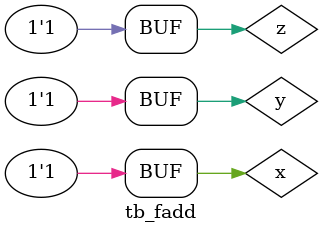
<source format=v>
`timescale 1ns/1ns
module tb_fadd();
  reg x, y, z;
  wire s, c;
  
  fadd u0(x, y, z, s, c);
  
  initial
  begin
    x = 0; y = 0; z = 0;
    #100; x = 0; y = 0; z = 1;
    #100; x = 0; y = 1; z = 0;
    #100; x = 0; y = 1; z = 1;
    #100; x = 1; y = 0; z = 0;
    #100; x = 1; y = 0; z = 1;
    #100; x = 1; y = 1; z = 0;
    #100; x = 1; y = 1; z = 1;
  end
  
endmodule



</source>
